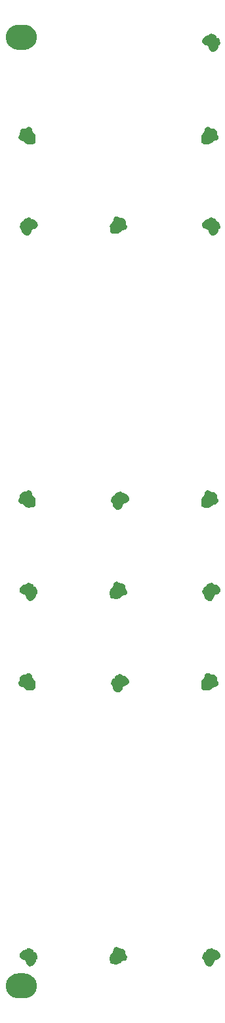
<source format=gbr>
G04 #@! TF.GenerationSoftware,KiCad,Pcbnew,(5.1.2)-2*
G04 #@! TF.CreationDate,2020-04-17T14:25:19-07:00*
G04 #@! TF.ProjectId,panel,70616e65-6c2e-46b6-9963-61645f706362,rev?*
G04 #@! TF.SameCoordinates,Original*
G04 #@! TF.FileFunction,Copper,L2,Bot*
G04 #@! TF.FilePolarity,Positive*
%FSLAX46Y46*%
G04 Gerber Fmt 4.6, Leading zero omitted, Abs format (unit mm)*
G04 Created by KiCad (PCBNEW (5.1.2)-2) date 2020-04-17 14:25:19*
%MOMM*%
%LPD*%
G04 APERTURE LIST*
%ADD10C,0.010000*%
%ADD11C,0.100000*%
%ADD12C,3.200000*%
G04 APERTURE END LIST*
D10*
G36*
X12018542Y-56364924D02*
G01*
X12104092Y-56424894D01*
X12140040Y-56474733D01*
X12189989Y-56528636D01*
X12243055Y-56540400D01*
X12402378Y-56564231D01*
X12560830Y-56630804D01*
X12709269Y-56732740D01*
X12838552Y-56862659D01*
X12939538Y-57013180D01*
X12994998Y-57147407D01*
X13018783Y-57291337D01*
X12996587Y-57419351D01*
X12926895Y-57540095D01*
X12926030Y-57541197D01*
X12863394Y-57597943D01*
X12766653Y-57659692D01*
X12650820Y-57718480D01*
X12530907Y-57766344D01*
X12464046Y-57786303D01*
X12361400Y-57826682D01*
X12281739Y-57894521D01*
X12218136Y-57997838D01*
X12168859Y-58127900D01*
X12092721Y-58318320D01*
X11999636Y-58460890D01*
X11889504Y-58555684D01*
X11762227Y-58602777D01*
X11617704Y-58602244D01*
X11554322Y-58588517D01*
X11399026Y-58523380D01*
X11255683Y-58420706D01*
X11132517Y-58290319D01*
X11037755Y-58142040D01*
X10979622Y-57985691D01*
X10965410Y-57885282D01*
X10956515Y-57801404D01*
X10936419Y-57757260D01*
X10916765Y-57745249D01*
X10872737Y-57717548D01*
X10819314Y-57666717D01*
X10808815Y-57654693D01*
X10753970Y-57553930D01*
X10745473Y-57445159D01*
X10783364Y-57340543D01*
X10807700Y-57307032D01*
X10857647Y-57220467D01*
X10871200Y-57150252D01*
X10892550Y-57045225D01*
X10949366Y-56954439D01*
X11030794Y-56887614D01*
X11125977Y-56854472D01*
X11198357Y-56857231D01*
X11241166Y-56863949D01*
X11261901Y-56851461D01*
X11268561Y-56808042D01*
X11269133Y-56753496D01*
X11274265Y-56674530D01*
X11296928Y-56618730D01*
X11348024Y-56562089D01*
X11361893Y-56549208D01*
X11440393Y-56489932D01*
X11514677Y-56465973D01*
X11546610Y-56464200D01*
X11654677Y-56439536D01*
X11714032Y-56400700D01*
X11808919Y-56350291D01*
X11915287Y-56339211D01*
X12018542Y-56364924D01*
X12018542Y-56364924D01*
G37*
X12018542Y-56364924D02*
X12104092Y-56424894D01*
X12140040Y-56474733D01*
X12189989Y-56528636D01*
X12243055Y-56540400D01*
X12402378Y-56564231D01*
X12560830Y-56630804D01*
X12709269Y-56732740D01*
X12838552Y-56862659D01*
X12939538Y-57013180D01*
X12994998Y-57147407D01*
X13018783Y-57291337D01*
X12996587Y-57419351D01*
X12926895Y-57540095D01*
X12926030Y-57541197D01*
X12863394Y-57597943D01*
X12766653Y-57659692D01*
X12650820Y-57718480D01*
X12530907Y-57766344D01*
X12464046Y-57786303D01*
X12361400Y-57826682D01*
X12281739Y-57894521D01*
X12218136Y-57997838D01*
X12168859Y-58127900D01*
X12092721Y-58318320D01*
X11999636Y-58460890D01*
X11889504Y-58555684D01*
X11762227Y-58602777D01*
X11617704Y-58602244D01*
X11554322Y-58588517D01*
X11399026Y-58523380D01*
X11255683Y-58420706D01*
X11132517Y-58290319D01*
X11037755Y-58142040D01*
X10979622Y-57985691D01*
X10965410Y-57885282D01*
X10956515Y-57801404D01*
X10936419Y-57757260D01*
X10916765Y-57745249D01*
X10872737Y-57717548D01*
X10819314Y-57666717D01*
X10808815Y-57654693D01*
X10753970Y-57553930D01*
X10745473Y-57445159D01*
X10783364Y-57340543D01*
X10807700Y-57307032D01*
X10857647Y-57220467D01*
X10871200Y-57150252D01*
X10892550Y-57045225D01*
X10949366Y-56954439D01*
X11030794Y-56887614D01*
X11125977Y-56854472D01*
X11198357Y-56857231D01*
X11241166Y-56863949D01*
X11261901Y-56851461D01*
X11268561Y-56808042D01*
X11269133Y-56753496D01*
X11274265Y-56674530D01*
X11296928Y-56618730D01*
X11348024Y-56562089D01*
X11361893Y-56549208D01*
X11440393Y-56489932D01*
X11514677Y-56465973D01*
X11546610Y-56464200D01*
X11654677Y-56439536D01*
X11714032Y-56400700D01*
X11808919Y-56350291D01*
X11915287Y-56339211D01*
X12018542Y-56364924D01*
G36*
X-11647651Y-56346643D02*
G01*
X-11570757Y-56370523D01*
X-11510015Y-56402167D01*
X-11481349Y-56434898D01*
X-11480800Y-56439452D01*
X-11458231Y-56454800D01*
X-11401700Y-56463477D01*
X-11376772Y-56464200D01*
X-11262747Y-56485686D01*
X-11169438Y-56543826D01*
X-11105255Y-56629140D01*
X-11078609Y-56732148D01*
X-11083389Y-56794893D01*
X-11090251Y-56847006D01*
X-11074729Y-56862374D01*
X-11037083Y-56855826D01*
X-10947731Y-56855092D01*
X-10850089Y-56886267D01*
X-10766758Y-56940933D01*
X-10744598Y-56964764D01*
X-10701993Y-57058604D01*
X-10693400Y-57140725D01*
X-10688342Y-57207695D01*
X-10675586Y-57247144D01*
X-10668653Y-57251600D01*
X-10637296Y-57273819D01*
X-10604806Y-57329249D01*
X-10578717Y-57401043D01*
X-10566565Y-57472356D01*
X-10566400Y-57480200D01*
X-10584615Y-57584027D01*
X-10633050Y-57672300D01*
X-10700388Y-57726975D01*
X-10740126Y-57755193D01*
X-10763444Y-57804122D01*
X-10777293Y-57884295D01*
X-10797742Y-57989258D01*
X-10830529Y-58096549D01*
X-10842999Y-58127482D01*
X-10910241Y-58239145D01*
X-11009226Y-58354628D01*
X-11124674Y-58458525D01*
X-11241305Y-58535431D01*
X-11253870Y-58541736D01*
X-11372311Y-58581043D01*
X-11503322Y-58596353D01*
X-11627490Y-58587025D01*
X-11717359Y-58557029D01*
X-11792540Y-58493878D01*
X-11867675Y-58390539D01*
X-11936546Y-58257245D01*
X-11992938Y-58104232D01*
X-11993459Y-58102500D01*
X-12027302Y-58006637D01*
X-12065162Y-57924894D01*
X-12098955Y-57874672D01*
X-12099553Y-57874090D01*
X-12150445Y-57840692D01*
X-12232295Y-57802536D01*
X-12323383Y-57769238D01*
X-12509662Y-57699892D01*
X-12649180Y-57623110D01*
X-12745843Y-57535115D01*
X-12803558Y-57432131D01*
X-12826231Y-57310381D01*
X-12826906Y-57282505D01*
X-12802928Y-57125688D01*
X-12735744Y-56972938D01*
X-12632807Y-56832082D01*
X-12501571Y-56710949D01*
X-12349490Y-56617367D01*
X-12184017Y-56559166D01*
X-12128683Y-56549186D01*
X-12037752Y-56528278D01*
X-11966397Y-56486496D01*
X-11911587Y-56434669D01*
X-11844991Y-56373073D01*
X-11786806Y-56343960D01*
X-11724772Y-56337200D01*
X-11647651Y-56346643D01*
X-11647651Y-56346643D01*
G37*
X-11647651Y-56346643D02*
X-11570757Y-56370523D01*
X-11510015Y-56402167D01*
X-11481349Y-56434898D01*
X-11480800Y-56439452D01*
X-11458231Y-56454800D01*
X-11401700Y-56463477D01*
X-11376772Y-56464200D01*
X-11262747Y-56485686D01*
X-11169438Y-56543826D01*
X-11105255Y-56629140D01*
X-11078609Y-56732148D01*
X-11083389Y-56794893D01*
X-11090251Y-56847006D01*
X-11074729Y-56862374D01*
X-11037083Y-56855826D01*
X-10947731Y-56855092D01*
X-10850089Y-56886267D01*
X-10766758Y-56940933D01*
X-10744598Y-56964764D01*
X-10701993Y-57058604D01*
X-10693400Y-57140725D01*
X-10688342Y-57207695D01*
X-10675586Y-57247144D01*
X-10668653Y-57251600D01*
X-10637296Y-57273819D01*
X-10604806Y-57329249D01*
X-10578717Y-57401043D01*
X-10566565Y-57472356D01*
X-10566400Y-57480200D01*
X-10584615Y-57584027D01*
X-10633050Y-57672300D01*
X-10700388Y-57726975D01*
X-10740126Y-57755193D01*
X-10763444Y-57804122D01*
X-10777293Y-57884295D01*
X-10797742Y-57989258D01*
X-10830529Y-58096549D01*
X-10842999Y-58127482D01*
X-10910241Y-58239145D01*
X-11009226Y-58354628D01*
X-11124674Y-58458525D01*
X-11241305Y-58535431D01*
X-11253870Y-58541736D01*
X-11372311Y-58581043D01*
X-11503322Y-58596353D01*
X-11627490Y-58587025D01*
X-11717359Y-58557029D01*
X-11792540Y-58493878D01*
X-11867675Y-58390539D01*
X-11936546Y-58257245D01*
X-11992938Y-58104232D01*
X-11993459Y-58102500D01*
X-12027302Y-58006637D01*
X-12065162Y-57924894D01*
X-12098955Y-57874672D01*
X-12099553Y-57874090D01*
X-12150445Y-57840692D01*
X-12232295Y-57802536D01*
X-12323383Y-57769238D01*
X-12509662Y-57699892D01*
X-12649180Y-57623110D01*
X-12745843Y-57535115D01*
X-12803558Y-57432131D01*
X-12826231Y-57310381D01*
X-12826906Y-57282505D01*
X-12802928Y-57125688D01*
X-12735744Y-56972938D01*
X-12632807Y-56832082D01*
X-12501571Y-56710949D01*
X-12349490Y-56617367D01*
X-12184017Y-56559166D01*
X-12128683Y-56549186D01*
X-12037752Y-56528278D01*
X-11966397Y-56486496D01*
X-11911587Y-56434669D01*
X-11844991Y-56373073D01*
X-11786806Y-56343960D01*
X-11724772Y-56337200D01*
X-11647651Y-56346643D01*
G36*
X-247665Y-56201087D02*
G01*
X-151882Y-56239916D01*
X-64136Y-56291080D01*
X-17142Y-56331371D01*
X18096Y-56360481D01*
X67980Y-56376509D01*
X146889Y-56382881D01*
X201727Y-56383517D01*
X379808Y-56404949D01*
X530661Y-56466493D01*
X650206Y-56564020D01*
X734363Y-56693402D01*
X779052Y-56850512D01*
X784723Y-56973423D01*
X784203Y-57062122D01*
X796060Y-57121762D01*
X826910Y-57173757D01*
X858187Y-57211216D01*
X913962Y-57289770D01*
X956142Y-57375321D01*
X963777Y-57398717D01*
X974464Y-57525618D01*
X943264Y-57646980D01*
X877395Y-57752992D01*
X784075Y-57833843D01*
X670522Y-57879722D01*
X604903Y-57886505D01*
X517981Y-57893316D01*
X439837Y-57917647D01*
X358909Y-57965634D01*
X263635Y-58043414D01*
X201458Y-58100617D01*
X30976Y-58233849D01*
X-146721Y-58320268D01*
X-327940Y-58358733D01*
X-508988Y-58348107D01*
X-560750Y-58335732D01*
X-663238Y-58317589D01*
X-747916Y-58322088D01*
X-750817Y-58322829D01*
X-860056Y-58328226D01*
X-971419Y-58294561D01*
X-1064870Y-58228482D01*
X-1077646Y-58214371D01*
X-1120383Y-58157583D01*
X-1144751Y-58113740D01*
X-1146526Y-58106901D01*
X-1152099Y-58041823D01*
X-1158308Y-57941701D01*
X-1164408Y-57822272D01*
X-1169652Y-57699272D01*
X-1173294Y-57588437D01*
X-1174574Y-57515402D01*
X-1158515Y-57362243D01*
X-1106324Y-57214369D01*
X-1014162Y-57063663D01*
X-890793Y-56915560D01*
X-815051Y-56831399D01*
X-767360Y-56769616D01*
X-740210Y-56716311D01*
X-726086Y-56657587D01*
X-719185Y-56598060D01*
X-698622Y-56485132D01*
X-663361Y-56389821D01*
X-651118Y-56368573D01*
X-583419Y-56296547D01*
X-489680Y-56234599D01*
X-390392Y-56194367D01*
X-328531Y-56185357D01*
X-247665Y-56201087D01*
X-247665Y-56201087D01*
G37*
X-247665Y-56201087D02*
X-151882Y-56239916D01*
X-64136Y-56291080D01*
X-17142Y-56331371D01*
X18096Y-56360481D01*
X67980Y-56376509D01*
X146889Y-56382881D01*
X201727Y-56383517D01*
X379808Y-56404949D01*
X530661Y-56466493D01*
X650206Y-56564020D01*
X734363Y-56693402D01*
X779052Y-56850512D01*
X784723Y-56973423D01*
X784203Y-57062122D01*
X796060Y-57121762D01*
X826910Y-57173757D01*
X858187Y-57211216D01*
X913962Y-57289770D01*
X956142Y-57375321D01*
X963777Y-57398717D01*
X974464Y-57525618D01*
X943264Y-57646980D01*
X877395Y-57752992D01*
X784075Y-57833843D01*
X670522Y-57879722D01*
X604903Y-57886505D01*
X517981Y-57893316D01*
X439837Y-57917647D01*
X358909Y-57965634D01*
X263635Y-58043414D01*
X201458Y-58100617D01*
X30976Y-58233849D01*
X-146721Y-58320268D01*
X-327940Y-58358733D01*
X-508988Y-58348107D01*
X-560750Y-58335732D01*
X-663238Y-58317589D01*
X-747916Y-58322088D01*
X-750817Y-58322829D01*
X-860056Y-58328226D01*
X-971419Y-58294561D01*
X-1064870Y-58228482D01*
X-1077646Y-58214371D01*
X-1120383Y-58157583D01*
X-1144751Y-58113740D01*
X-1146526Y-58106901D01*
X-1152099Y-58041823D01*
X-1158308Y-57941701D01*
X-1164408Y-57822272D01*
X-1169652Y-57699272D01*
X-1173294Y-57588437D01*
X-1174574Y-57515402D01*
X-1158515Y-57362243D01*
X-1106324Y-57214369D01*
X-1014162Y-57063663D01*
X-890793Y-56915560D01*
X-815051Y-56831399D01*
X-767360Y-56769616D01*
X-740210Y-56716311D01*
X-726086Y-56657587D01*
X-719185Y-56598060D01*
X-698622Y-56485132D01*
X-663361Y-56389821D01*
X-651118Y-56368573D01*
X-583419Y-56296547D01*
X-489680Y-56234599D01*
X-390392Y-56194367D01*
X-328531Y-56185357D01*
X-247665Y-56201087D01*
G36*
X177588Y-20986913D02*
G01*
X233571Y-21013281D01*
X295987Y-21069742D01*
X304346Y-21078458D01*
X383908Y-21148136D01*
X465379Y-21184373D01*
X510137Y-21193388D01*
X677697Y-21239360D01*
X835775Y-21321257D01*
X976790Y-21431431D01*
X1093161Y-21562234D01*
X1177308Y-21706016D01*
X1221648Y-21855128D01*
X1226564Y-21916230D01*
X1211444Y-22045831D01*
X1160264Y-22155768D01*
X1069371Y-22249844D01*
X935113Y-22331861D01*
X757864Y-22404232D01*
X655187Y-22444292D01*
X565649Y-22487278D01*
X504725Y-22525519D01*
X494508Y-22534742D01*
X458988Y-22588365D01*
X419067Y-22672898D01*
X383332Y-22770136D01*
X383028Y-22771100D01*
X315285Y-22943321D01*
X231976Y-23084349D01*
X138657Y-23185003D01*
X127000Y-23193970D01*
X34448Y-23236507D01*
X-82440Y-23254937D01*
X-202242Y-23247218D01*
X-261672Y-23231064D01*
X-428260Y-23146979D01*
X-574213Y-23029988D01*
X-692352Y-22888974D01*
X-775499Y-22732821D01*
X-816475Y-22570412D01*
X-818799Y-22541555D01*
X-826861Y-22462361D01*
X-845832Y-22416481D01*
X-884109Y-22386492D01*
X-896669Y-22379938D01*
X-977795Y-22313541D01*
X-1026468Y-22220284D01*
X-1039980Y-22114486D01*
X-1015625Y-22010468D01*
X-977900Y-21950232D01*
X-923516Y-21849883D01*
X-914400Y-21782810D01*
X-901586Y-21704635D01*
X-856961Y-21630057D01*
X-829529Y-21598243D01*
X-770237Y-21540671D01*
X-717047Y-21513880D01*
X-646644Y-21507237D01*
X-630299Y-21507361D01*
X-515941Y-21509089D01*
X-518321Y-21395206D01*
X-514866Y-21320724D01*
X-493748Y-21267106D01*
X-444628Y-21211901D01*
X-425824Y-21194361D01*
X-347756Y-21134658D01*
X-275267Y-21109729D01*
X-238990Y-21107400D01*
X-130923Y-21082736D01*
X-71568Y-21043900D01*
X18843Y-20992482D01*
X107481Y-20980400D01*
X177588Y-20986913D01*
X177588Y-20986913D01*
G37*
X177588Y-20986913D02*
X233571Y-21013281D01*
X295987Y-21069742D01*
X304346Y-21078458D01*
X383908Y-21148136D01*
X465379Y-21184373D01*
X510137Y-21193388D01*
X677697Y-21239360D01*
X835775Y-21321257D01*
X976790Y-21431431D01*
X1093161Y-21562234D01*
X1177308Y-21706016D01*
X1221648Y-21855128D01*
X1226564Y-21916230D01*
X1211444Y-22045831D01*
X1160264Y-22155768D01*
X1069371Y-22249844D01*
X935113Y-22331861D01*
X757864Y-22404232D01*
X655187Y-22444292D01*
X565649Y-22487278D01*
X504725Y-22525519D01*
X494508Y-22534742D01*
X458988Y-22588365D01*
X419067Y-22672898D01*
X383332Y-22770136D01*
X383028Y-22771100D01*
X315285Y-22943321D01*
X231976Y-23084349D01*
X138657Y-23185003D01*
X127000Y-23193970D01*
X34448Y-23236507D01*
X-82440Y-23254937D01*
X-202242Y-23247218D01*
X-261672Y-23231064D01*
X-428260Y-23146979D01*
X-574213Y-23029988D01*
X-692352Y-22888974D01*
X-775499Y-22732821D01*
X-816475Y-22570412D01*
X-818799Y-22541555D01*
X-826861Y-22462361D01*
X-845832Y-22416481D01*
X-884109Y-22386492D01*
X-896669Y-22379938D01*
X-977795Y-22313541D01*
X-1026468Y-22220284D01*
X-1039980Y-22114486D01*
X-1015625Y-22010468D01*
X-977900Y-21950232D01*
X-923516Y-21849883D01*
X-914400Y-21782810D01*
X-901586Y-21704635D01*
X-856961Y-21630057D01*
X-829529Y-21598243D01*
X-770237Y-21540671D01*
X-717047Y-21513880D01*
X-646644Y-21507237D01*
X-630299Y-21507361D01*
X-515941Y-21509089D01*
X-518321Y-21395206D01*
X-514866Y-21320724D01*
X-493748Y-21267106D01*
X-444628Y-21211901D01*
X-425824Y-21194361D01*
X-347756Y-21134658D01*
X-275267Y-21109729D01*
X-238990Y-21107400D01*
X-130923Y-21082736D01*
X-71568Y-21043900D01*
X18843Y-20992482D01*
X107481Y-20980400D01*
X177588Y-20986913D01*
G36*
X-11557250Y-20860660D02*
G01*
X-11438371Y-20917400D01*
X-11352238Y-21001945D01*
X-11295811Y-21115683D01*
X-11277695Y-21229719D01*
X-11272932Y-21309130D01*
X-11254370Y-21376150D01*
X-11215370Y-21443274D01*
X-11149292Y-21523000D01*
X-11086264Y-21590000D01*
X-10946845Y-21760200D01*
X-10856845Y-21932092D01*
X-10814926Y-22109442D01*
X-10819748Y-22296013D01*
X-10824562Y-22325821D01*
X-10838908Y-22436051D01*
X-10846274Y-22552887D01*
X-10846465Y-22598478D01*
X-10859545Y-22741780D01*
X-10907709Y-22849387D01*
X-10992668Y-22922996D01*
X-11116134Y-22964304D01*
X-11226219Y-22974904D01*
X-11345767Y-22980148D01*
X-11473838Y-22988674D01*
X-11544300Y-22994873D01*
X-11646147Y-22999348D01*
X-11743843Y-22994289D01*
X-11792345Y-22986249D01*
X-11914722Y-22945120D01*
X-12032682Y-22881377D01*
X-12158521Y-22787533D01*
X-12248640Y-22708430D01*
X-12333078Y-22632958D01*
X-12395185Y-22585464D01*
X-12448954Y-22558413D01*
X-12508381Y-22544272D01*
X-12566140Y-22537503D01*
X-12713315Y-22508288D01*
X-12823562Y-22449921D01*
X-12904498Y-22357676D01*
X-12929536Y-22311967D01*
X-12970681Y-22177355D01*
X-12961294Y-22047702D01*
X-12901345Y-21922794D01*
X-12867173Y-21878705D01*
X-12820362Y-21819151D01*
X-12795053Y-21766626D01*
X-12784935Y-21701216D01*
X-12783599Y-21615017D01*
X-12762718Y-21440184D01*
X-12700670Y-21290609D01*
X-12602211Y-21170956D01*
X-12472098Y-21085886D01*
X-12315090Y-21040064D01*
X-12190777Y-21033876D01*
X-12102078Y-21034396D01*
X-12042438Y-21022539D01*
X-11990443Y-20991689D01*
X-11952984Y-20960412D01*
X-11826059Y-20877628D01*
X-11692720Y-20844258D01*
X-11557250Y-20860660D01*
X-11557250Y-20860660D01*
G37*
X-11557250Y-20860660D02*
X-11438371Y-20917400D01*
X-11352238Y-21001945D01*
X-11295811Y-21115683D01*
X-11277695Y-21229719D01*
X-11272932Y-21309130D01*
X-11254370Y-21376150D01*
X-11215370Y-21443274D01*
X-11149292Y-21523000D01*
X-11086264Y-21590000D01*
X-10946845Y-21760200D01*
X-10856845Y-21932092D01*
X-10814926Y-22109442D01*
X-10819748Y-22296013D01*
X-10824562Y-22325821D01*
X-10838908Y-22436051D01*
X-10846274Y-22552887D01*
X-10846465Y-22598478D01*
X-10859545Y-22741780D01*
X-10907709Y-22849387D01*
X-10992668Y-22922996D01*
X-11116134Y-22964304D01*
X-11226219Y-22974904D01*
X-11345767Y-22980148D01*
X-11473838Y-22988674D01*
X-11544300Y-22994873D01*
X-11646147Y-22999348D01*
X-11743843Y-22994289D01*
X-11792345Y-22986249D01*
X-11914722Y-22945120D01*
X-12032682Y-22881377D01*
X-12158521Y-22787533D01*
X-12248640Y-22708430D01*
X-12333078Y-22632958D01*
X-12395185Y-22585464D01*
X-12448954Y-22558413D01*
X-12508381Y-22544272D01*
X-12566140Y-22537503D01*
X-12713315Y-22508288D01*
X-12823562Y-22449921D01*
X-12904498Y-22357676D01*
X-12929536Y-22311967D01*
X-12970681Y-22177355D01*
X-12961294Y-22047702D01*
X-12901345Y-21922794D01*
X-12867173Y-21878705D01*
X-12820362Y-21819151D01*
X-12795053Y-21766626D01*
X-12784935Y-21701216D01*
X-12783599Y-21615017D01*
X-12762718Y-21440184D01*
X-12700670Y-21290609D01*
X-12602211Y-21170956D01*
X-12472098Y-21085886D01*
X-12315090Y-21040064D01*
X-12190777Y-21033876D01*
X-12102078Y-21034396D01*
X-12042438Y-21022539D01*
X-11990443Y-20991689D01*
X-11952984Y-20960412D01*
X-11826059Y-20877628D01*
X-11692720Y-20844258D01*
X-11557250Y-20860660D01*
G36*
X11600278Y-20871550D02*
G01*
X11720754Y-20936801D01*
X11749783Y-20960412D01*
X11807713Y-21006232D01*
X11860116Y-21028990D01*
X11928405Y-21035300D01*
X11987576Y-21033876D01*
X12161231Y-21048690D01*
X12309469Y-21105663D01*
X12428384Y-21200937D01*
X12514072Y-21330651D01*
X12562629Y-21490947D01*
X12572442Y-21612046D01*
X12575733Y-21706742D01*
X12588774Y-21770243D01*
X12617520Y-21822010D01*
X12648131Y-21859363D01*
X12728442Y-21983465D01*
X12762367Y-22114553D01*
X12750012Y-22244570D01*
X12691484Y-22365461D01*
X12640678Y-22424149D01*
X12578072Y-22475359D01*
X12508565Y-22507000D01*
X12411830Y-22527801D01*
X12392538Y-22530697D01*
X12306273Y-22542885D01*
X12241191Y-22551557D01*
X12213051Y-22554689D01*
X12188209Y-22571033D01*
X12135199Y-22614598D01*
X12062933Y-22677878D01*
X12012992Y-22723147D01*
X11920144Y-22802922D01*
X11826790Y-22874067D01*
X11747891Y-22925501D01*
X11721257Y-22939189D01*
X11604179Y-22975990D01*
X11466500Y-22997187D01*
X11330911Y-23000627D01*
X11226800Y-22986065D01*
X11143202Y-22973737D01*
X11046578Y-22973204D01*
X11023600Y-22975270D01*
X10908318Y-22973614D01*
X10822205Y-22943339D01*
X10741301Y-22891975D01*
X10686032Y-22829779D01*
X10650983Y-22745738D01*
X10630742Y-22628841D01*
X10623501Y-22539151D01*
X10613363Y-22335991D01*
X10612097Y-22173908D01*
X10622154Y-22043587D01*
X10645990Y-21935711D01*
X10686056Y-21840966D01*
X10744806Y-21750036D01*
X10824693Y-21653605D01*
X10869668Y-21604346D01*
X10962992Y-21498876D01*
X11023828Y-21414688D01*
X11058365Y-21340127D01*
X11072791Y-21263539D01*
X11074400Y-21218785D01*
X11096091Y-21089228D01*
X11155500Y-20984009D01*
X11244123Y-20906379D01*
X11353461Y-20859592D01*
X11475013Y-20846898D01*
X11600278Y-20871550D01*
X11600278Y-20871550D01*
G37*
X11600278Y-20871550D02*
X11720754Y-20936801D01*
X11749783Y-20960412D01*
X11807713Y-21006232D01*
X11860116Y-21028990D01*
X11928405Y-21035300D01*
X11987576Y-21033876D01*
X12161231Y-21048690D01*
X12309469Y-21105663D01*
X12428384Y-21200937D01*
X12514072Y-21330651D01*
X12562629Y-21490947D01*
X12572442Y-21612046D01*
X12575733Y-21706742D01*
X12588774Y-21770243D01*
X12617520Y-21822010D01*
X12648131Y-21859363D01*
X12728442Y-21983465D01*
X12762367Y-22114553D01*
X12750012Y-22244570D01*
X12691484Y-22365461D01*
X12640678Y-22424149D01*
X12578072Y-22475359D01*
X12508565Y-22507000D01*
X12411830Y-22527801D01*
X12392538Y-22530697D01*
X12306273Y-22542885D01*
X12241191Y-22551557D01*
X12213051Y-22554689D01*
X12188209Y-22571033D01*
X12135199Y-22614598D01*
X12062933Y-22677878D01*
X12012992Y-22723147D01*
X11920144Y-22802922D01*
X11826790Y-22874067D01*
X11747891Y-22925501D01*
X11721257Y-22939189D01*
X11604179Y-22975990D01*
X11466500Y-22997187D01*
X11330911Y-23000627D01*
X11226800Y-22986065D01*
X11143202Y-22973737D01*
X11046578Y-22973204D01*
X11023600Y-22975270D01*
X10908318Y-22973614D01*
X10822205Y-22943339D01*
X10741301Y-22891975D01*
X10686032Y-22829779D01*
X10650983Y-22745738D01*
X10630742Y-22628841D01*
X10623501Y-22539151D01*
X10613363Y-22335991D01*
X10612097Y-22173908D01*
X10622154Y-22043587D01*
X10645990Y-21935711D01*
X10686056Y-21840966D01*
X10744806Y-21750036D01*
X10824693Y-21653605D01*
X10869668Y-21604346D01*
X10962992Y-21498876D01*
X11023828Y-21414688D01*
X11058365Y-21340127D01*
X11072791Y-21263539D01*
X11074400Y-21218785D01*
X11096091Y-21089228D01*
X11155500Y-20984009D01*
X11244123Y-20906379D01*
X11353461Y-20859592D01*
X11475013Y-20846898D01*
X11600278Y-20871550D01*
G36*
X11980470Y-9210459D02*
G01*
X12063601Y-9249848D01*
X12127990Y-9302380D01*
X12152334Y-9342268D01*
X12177860Y-9376157D01*
X12235504Y-9398178D01*
X12297281Y-9408790D01*
X12488658Y-9458976D01*
X12664089Y-9553366D01*
X12815310Y-9685951D01*
X12934062Y-9850719D01*
X12952386Y-9885395D01*
X13005021Y-10012713D01*
X13029104Y-10122601D01*
X13030105Y-10145006D01*
X13010048Y-10256010D01*
X12957901Y-10367884D01*
X12885417Y-10455838D01*
X12880934Y-10459604D01*
X12819418Y-10499095D01*
X12727250Y-10546260D01*
X12622137Y-10593215D01*
X12521786Y-10632077D01*
X12443904Y-10654963D01*
X12440732Y-10655581D01*
X12354535Y-10685674D01*
X12287401Y-10744461D01*
X12232654Y-10839830D01*
X12193201Y-10948039D01*
X12118603Y-11144793D01*
X12032940Y-11292911D01*
X11935496Y-11393491D01*
X11880259Y-11427212D01*
X11788552Y-11464271D01*
X11705917Y-11476328D01*
X11612420Y-11464128D01*
X11526151Y-11440425D01*
X11420606Y-11390150D01*
X11305182Y-11306541D01*
X11192937Y-11201589D01*
X11096928Y-11087289D01*
X11037986Y-10992038D01*
X10983360Y-10837764D01*
X10972800Y-10739212D01*
X10968418Y-10668414D01*
X10957260Y-10624388D01*
X10949348Y-10617200D01*
X10899158Y-10596602D01*
X10841455Y-10544949D01*
X10789702Y-10477455D01*
X10757364Y-10409330D01*
X10754406Y-10396943D01*
X10753722Y-10315560D01*
X10774651Y-10229873D01*
X10810557Y-10158443D01*
X10853277Y-10120389D01*
X10875664Y-10086255D01*
X10876796Y-10025922D01*
X10888696Y-9927911D01*
X10939572Y-9838876D01*
X11017873Y-9768675D01*
X11112048Y-9727171D01*
X11210547Y-9724222D01*
X11225852Y-9727962D01*
X11264446Y-9736413D01*
X11282152Y-9724878D01*
X11285148Y-9682072D01*
X11281695Y-9625964D01*
X11294525Y-9506283D01*
X11349287Y-9413299D01*
X11442223Y-9351509D01*
X11529986Y-9328952D01*
X11624236Y-9304815D01*
X11714475Y-9264283D01*
X11730380Y-9254320D01*
X11806855Y-9215511D01*
X11883816Y-9195596D01*
X11897094Y-9194894D01*
X11980470Y-9210459D01*
X11980470Y-9210459D01*
G37*
X11980470Y-9210459D02*
X12063601Y-9249848D01*
X12127990Y-9302380D01*
X12152334Y-9342268D01*
X12177860Y-9376157D01*
X12235504Y-9398178D01*
X12297281Y-9408790D01*
X12488658Y-9458976D01*
X12664089Y-9553366D01*
X12815310Y-9685951D01*
X12934062Y-9850719D01*
X12952386Y-9885395D01*
X13005021Y-10012713D01*
X13029104Y-10122601D01*
X13030105Y-10145006D01*
X13010048Y-10256010D01*
X12957901Y-10367884D01*
X12885417Y-10455838D01*
X12880934Y-10459604D01*
X12819418Y-10499095D01*
X12727250Y-10546260D01*
X12622137Y-10593215D01*
X12521786Y-10632077D01*
X12443904Y-10654963D01*
X12440732Y-10655581D01*
X12354535Y-10685674D01*
X12287401Y-10744461D01*
X12232654Y-10839830D01*
X12193201Y-10948039D01*
X12118603Y-11144793D01*
X12032940Y-11292911D01*
X11935496Y-11393491D01*
X11880259Y-11427212D01*
X11788552Y-11464271D01*
X11705917Y-11476328D01*
X11612420Y-11464128D01*
X11526151Y-11440425D01*
X11420606Y-11390150D01*
X11305182Y-11306541D01*
X11192937Y-11201589D01*
X11096928Y-11087289D01*
X11037986Y-10992038D01*
X10983360Y-10837764D01*
X10972800Y-10739212D01*
X10968418Y-10668414D01*
X10957260Y-10624388D01*
X10949348Y-10617200D01*
X10899158Y-10596602D01*
X10841455Y-10544949D01*
X10789702Y-10477455D01*
X10757364Y-10409330D01*
X10754406Y-10396943D01*
X10753722Y-10315560D01*
X10774651Y-10229873D01*
X10810557Y-10158443D01*
X10853277Y-10120389D01*
X10875664Y-10086255D01*
X10876796Y-10025922D01*
X10888696Y-9927911D01*
X10939572Y-9838876D01*
X11017873Y-9768675D01*
X11112048Y-9727171D01*
X11210547Y-9724222D01*
X11225852Y-9727962D01*
X11264446Y-9736413D01*
X11282152Y-9724878D01*
X11285148Y-9682072D01*
X11281695Y-9625964D01*
X11294525Y-9506283D01*
X11349287Y-9413299D01*
X11442223Y-9351509D01*
X11529986Y-9328952D01*
X11624236Y-9304815D01*
X11714475Y-9264283D01*
X11730380Y-9254320D01*
X11806855Y-9215511D01*
X11883816Y-9195596D01*
X11897094Y-9194894D01*
X11980470Y-9210459D01*
G36*
X-11647651Y-9204243D02*
G01*
X-11570757Y-9228123D01*
X-11510015Y-9259767D01*
X-11481349Y-9292498D01*
X-11480800Y-9297052D01*
X-11458168Y-9312126D01*
X-11401211Y-9320895D01*
X-11372152Y-9321800D01*
X-11289421Y-9331042D01*
X-11219488Y-9353988D01*
X-11206907Y-9361441D01*
X-11133516Y-9439002D01*
X-11088988Y-9539174D01*
X-11082504Y-9641298D01*
X-11082509Y-9641325D01*
X-11088604Y-9697350D01*
X-11072505Y-9716578D01*
X-11021011Y-9712212D01*
X-11012926Y-9710908D01*
X-10902726Y-9716320D01*
X-10806230Y-9763365D01*
X-10733950Y-9842974D01*
X-10696396Y-9946081D01*
X-10693400Y-9986543D01*
X-10672729Y-10087674D01*
X-10629900Y-10149700D01*
X-10575938Y-10240777D01*
X-10560300Y-10344972D01*
X-10580790Y-10447805D01*
X-10635211Y-10534798D01*
X-10695170Y-10580014D01*
X-10736273Y-10609187D01*
X-10759958Y-10653274D01*
X-10773787Y-10728316D01*
X-10776448Y-10752406D01*
X-10796001Y-10856438D01*
X-10829024Y-10960420D01*
X-10845944Y-10998481D01*
X-10923357Y-11115736D01*
X-11030725Y-11233793D01*
X-11151076Y-11335974D01*
X-11253870Y-11399336D01*
X-11376691Y-11440858D01*
X-11507208Y-11455717D01*
X-11628289Y-11443618D01*
X-11718300Y-11407332D01*
X-11808167Y-11323392D01*
X-11891954Y-11197659D01*
X-11964150Y-11039138D01*
X-11990402Y-10962679D01*
X-12025585Y-10865715D01*
X-12064547Y-10782153D01*
X-12099088Y-10729481D01*
X-12100324Y-10728201D01*
X-12151348Y-10693924D01*
X-12233976Y-10655734D01*
X-12330474Y-10621811D01*
X-12332046Y-10621344D01*
X-12493983Y-10561195D01*
X-12630419Y-10486288D01*
X-12732529Y-10402343D01*
X-12786336Y-10326916D01*
X-12823469Y-10191496D01*
X-12815594Y-10044454D01*
X-12764854Y-9893072D01*
X-12673392Y-9744635D01*
X-12586023Y-9646121D01*
X-12432363Y-9520166D01*
X-12271609Y-9440563D01*
X-12128683Y-9406786D01*
X-12037752Y-9385878D01*
X-11966397Y-9344096D01*
X-11911587Y-9292269D01*
X-11844991Y-9230673D01*
X-11786806Y-9201560D01*
X-11724772Y-9194800D01*
X-11647651Y-9204243D01*
X-11647651Y-9204243D01*
G37*
X-11647651Y-9204243D02*
X-11570757Y-9228123D01*
X-11510015Y-9259767D01*
X-11481349Y-9292498D01*
X-11480800Y-9297052D01*
X-11458168Y-9312126D01*
X-11401211Y-9320895D01*
X-11372152Y-9321800D01*
X-11289421Y-9331042D01*
X-11219488Y-9353988D01*
X-11206907Y-9361441D01*
X-11133516Y-9439002D01*
X-11088988Y-9539174D01*
X-11082504Y-9641298D01*
X-11082509Y-9641325D01*
X-11088604Y-9697350D01*
X-11072505Y-9716578D01*
X-11021011Y-9712212D01*
X-11012926Y-9710908D01*
X-10902726Y-9716320D01*
X-10806230Y-9763365D01*
X-10733950Y-9842974D01*
X-10696396Y-9946081D01*
X-10693400Y-9986543D01*
X-10672729Y-10087674D01*
X-10629900Y-10149700D01*
X-10575938Y-10240777D01*
X-10560300Y-10344972D01*
X-10580790Y-10447805D01*
X-10635211Y-10534798D01*
X-10695170Y-10580014D01*
X-10736273Y-10609187D01*
X-10759958Y-10653274D01*
X-10773787Y-10728316D01*
X-10776448Y-10752406D01*
X-10796001Y-10856438D01*
X-10829024Y-10960420D01*
X-10845944Y-10998481D01*
X-10923357Y-11115736D01*
X-11030725Y-11233793D01*
X-11151076Y-11335974D01*
X-11253870Y-11399336D01*
X-11376691Y-11440858D01*
X-11507208Y-11455717D01*
X-11628289Y-11443618D01*
X-11718300Y-11407332D01*
X-11808167Y-11323392D01*
X-11891954Y-11197659D01*
X-11964150Y-11039138D01*
X-11990402Y-10962679D01*
X-12025585Y-10865715D01*
X-12064547Y-10782153D01*
X-12099088Y-10729481D01*
X-12100324Y-10728201D01*
X-12151348Y-10693924D01*
X-12233976Y-10655734D01*
X-12330474Y-10621811D01*
X-12332046Y-10621344D01*
X-12493983Y-10561195D01*
X-12630419Y-10486288D01*
X-12732529Y-10402343D01*
X-12786336Y-10326916D01*
X-12823469Y-10191496D01*
X-12815594Y-10044454D01*
X-12764854Y-9893072D01*
X-12673392Y-9744635D01*
X-12586023Y-9646121D01*
X-12432363Y-9520166D01*
X-12271609Y-9440563D01*
X-12128683Y-9406786D01*
X-12037752Y-9385878D01*
X-11966397Y-9344096D01*
X-11911587Y-9292269D01*
X-11844991Y-9230673D01*
X-11786806Y-9201560D01*
X-11724772Y-9194800D01*
X-11647651Y-9204243D01*
G36*
X-268604Y-9053486D02*
G01*
X-160115Y-9089095D01*
X-62787Y-9151191D01*
X-1762Y-9196766D01*
X53884Y-9221592D01*
X124336Y-9231984D01*
X202329Y-9234130D01*
X378489Y-9257364D01*
X528784Y-9321171D01*
X648654Y-9420877D01*
X733539Y-9551808D01*
X778879Y-9709292D01*
X784723Y-9831023D01*
X784203Y-9919722D01*
X796060Y-9979362D01*
X826910Y-10031357D01*
X858187Y-10068816D01*
X940971Y-10195741D01*
X974341Y-10329080D01*
X957939Y-10464550D01*
X901199Y-10583429D01*
X816757Y-10669464D01*
X703177Y-10725924D01*
X589288Y-10744105D01*
X491044Y-10753881D01*
X403845Y-10787639D01*
X314652Y-10852302D01*
X228600Y-10935618D01*
X139277Y-11014289D01*
X31315Y-11089537D01*
X-38100Y-11128136D01*
X-133185Y-11169140D01*
X-217380Y-11191165D01*
X-314859Y-11199248D01*
X-381000Y-11199594D01*
X-481150Y-11196158D01*
X-566447Y-11188765D01*
X-619666Y-11178952D01*
X-622202Y-11178039D01*
X-679257Y-11168235D01*
X-758312Y-11168377D01*
X-780531Y-11170380D01*
X-914641Y-11164140D01*
X-1026043Y-11114114D01*
X-1097580Y-11041445D01*
X-1123508Y-10991956D01*
X-1143392Y-10921292D01*
X-1157984Y-10823138D01*
X-1168036Y-10691175D01*
X-1174300Y-10519089D01*
X-1176779Y-10375900D01*
X-1157627Y-10209029D01*
X-1094526Y-10045405D01*
X-985138Y-9879946D01*
X-906631Y-9788728D01*
X-813801Y-9681672D01*
X-754556Y-9593600D01*
X-722559Y-9512086D01*
X-711468Y-9424704D01*
X-711200Y-9405694D01*
X-687717Y-9288417D01*
X-623759Y-9186585D01*
X-529066Y-9107947D01*
X-413379Y-9060255D01*
X-286437Y-9051259D01*
X-268604Y-9053486D01*
X-268604Y-9053486D01*
G37*
X-268604Y-9053486D02*
X-160115Y-9089095D01*
X-62787Y-9151191D01*
X-1762Y-9196766D01*
X53884Y-9221592D01*
X124336Y-9231984D01*
X202329Y-9234130D01*
X378489Y-9257364D01*
X528784Y-9321171D01*
X648654Y-9420877D01*
X733539Y-9551808D01*
X778879Y-9709292D01*
X784723Y-9831023D01*
X784203Y-9919722D01*
X796060Y-9979362D01*
X826910Y-10031357D01*
X858187Y-10068816D01*
X940971Y-10195741D01*
X974341Y-10329080D01*
X957939Y-10464550D01*
X901199Y-10583429D01*
X816757Y-10669464D01*
X703177Y-10725924D01*
X589288Y-10744105D01*
X491044Y-10753881D01*
X403845Y-10787639D01*
X314652Y-10852302D01*
X228600Y-10935618D01*
X139277Y-11014289D01*
X31315Y-11089537D01*
X-38100Y-11128136D01*
X-133185Y-11169140D01*
X-217380Y-11191165D01*
X-314859Y-11199248D01*
X-381000Y-11199594D01*
X-481150Y-11196158D01*
X-566447Y-11188765D01*
X-619666Y-11178952D01*
X-622202Y-11178039D01*
X-679257Y-11168235D01*
X-758312Y-11168377D01*
X-780531Y-11170380D01*
X-914641Y-11164140D01*
X-1026043Y-11114114D01*
X-1097580Y-11041445D01*
X-1123508Y-10991956D01*
X-1143392Y-10921292D01*
X-1157984Y-10823138D01*
X-1168036Y-10691175D01*
X-1174300Y-10519089D01*
X-1176779Y-10375900D01*
X-1157627Y-10209029D01*
X-1094526Y-10045405D01*
X-985138Y-9879946D01*
X-906631Y-9788728D01*
X-813801Y-9681672D01*
X-754556Y-9593600D01*
X-722559Y-9512086D01*
X-711468Y-9424704D01*
X-711200Y-9405694D01*
X-687717Y-9288417D01*
X-623759Y-9186585D01*
X-529066Y-9107947D01*
X-413379Y-9060255D01*
X-286437Y-9051259D01*
X-268604Y-9053486D01*
G36*
X259698Y2551364D02*
G01*
X336969Y2481779D01*
X353136Y2455703D01*
X390881Y2410985D01*
X453920Y2385225D01*
X504638Y2376123D01*
X672820Y2334470D01*
X825872Y2262068D01*
X960100Y2165003D01*
X1071813Y2049361D01*
X1157317Y1921231D01*
X1212921Y1786698D01*
X1234932Y1651850D01*
X1219658Y1522773D01*
X1163405Y1405554D01*
X1122716Y1357254D01*
X1051699Y1302225D01*
X948970Y1242947D01*
X831977Y1187974D01*
X718169Y1145857D01*
X660400Y1130670D01*
X576675Y1098347D01*
X501141Y1044182D01*
X448046Y980728D01*
X431197Y928698D01*
X419244Y867440D01*
X388712Y777747D01*
X346148Y675337D01*
X298100Y575927D01*
X251114Y495234D01*
X249846Y493350D01*
X172735Y412751D01*
X69813Y348215D01*
X-38689Y310881D01*
X-90570Y305915D01*
X-166022Y315557D01*
X-250380Y337574D01*
X-258224Y340291D01*
X-414866Y418238D01*
X-555367Y529817D01*
X-672298Y665480D01*
X-758231Y815677D01*
X-805739Y970856D01*
X-812800Y1053285D01*
X-819320Y1133694D01*
X-839297Y1167126D01*
X-846148Y1168400D01*
X-897074Y1190089D01*
X-952259Y1245231D01*
X-1000343Y1318940D01*
X-1029964Y1396330D01*
X-1032988Y1413216D01*
X-1033167Y1496851D01*
X-1003050Y1572254D01*
X-984131Y1601814D01*
X-940270Y1688022D01*
X-910440Y1785931D01*
X-907248Y1805014D01*
X-870536Y1922576D01*
X-799562Y2005161D01*
X-699302Y2048571D01*
X-613027Y2053305D01*
X-495300Y2044700D01*
X-503905Y2162427D01*
X-490873Y2280467D01*
X-435683Y2372755D01*
X-342533Y2434316D01*
X-255614Y2456648D01*
X-161364Y2480785D01*
X-71125Y2521317D01*
X-55220Y2531280D01*
X51197Y2578411D01*
X160305Y2584340D01*
X259698Y2551364D01*
X259698Y2551364D01*
G37*
X259698Y2551364D02*
X336969Y2481779D01*
X353136Y2455703D01*
X390881Y2410985D01*
X453920Y2385225D01*
X504638Y2376123D01*
X672820Y2334470D01*
X825872Y2262068D01*
X960100Y2165003D01*
X1071813Y2049361D01*
X1157317Y1921231D01*
X1212921Y1786698D01*
X1234932Y1651850D01*
X1219658Y1522773D01*
X1163405Y1405554D01*
X1122716Y1357254D01*
X1051699Y1302225D01*
X948970Y1242947D01*
X831977Y1187974D01*
X718169Y1145857D01*
X660400Y1130670D01*
X576675Y1098347D01*
X501141Y1044182D01*
X448046Y980728D01*
X431197Y928698D01*
X419244Y867440D01*
X388712Y777747D01*
X346148Y675337D01*
X298100Y575927D01*
X251114Y495234D01*
X249846Y493350D01*
X172735Y412751D01*
X69813Y348215D01*
X-38689Y310881D01*
X-90570Y305915D01*
X-166022Y315557D01*
X-250380Y337574D01*
X-258224Y340291D01*
X-414866Y418238D01*
X-555367Y529817D01*
X-672298Y665480D01*
X-758231Y815677D01*
X-805739Y970856D01*
X-812800Y1053285D01*
X-819320Y1133694D01*
X-839297Y1167126D01*
X-846148Y1168400D01*
X-897074Y1190089D01*
X-952259Y1245231D01*
X-1000343Y1318940D01*
X-1029964Y1396330D01*
X-1032988Y1413216D01*
X-1033167Y1496851D01*
X-1003050Y1572254D01*
X-984131Y1601814D01*
X-940270Y1688022D01*
X-910440Y1785931D01*
X-907248Y1805014D01*
X-870536Y1922576D01*
X-799562Y2005161D01*
X-699302Y2048571D01*
X-613027Y2053305D01*
X-495300Y2044700D01*
X-503905Y2162427D01*
X-490873Y2280467D01*
X-435683Y2372755D01*
X-342533Y2434316D01*
X-255614Y2456648D01*
X-161364Y2480785D01*
X-71125Y2521317D01*
X-55220Y2531280D01*
X51197Y2578411D01*
X160305Y2584340D01*
X259698Y2551364D01*
G36*
X-11507274Y2698769D02*
G01*
X-11402048Y2626922D01*
X-11323827Y2527503D01*
X-11282030Y2407876D01*
X-11277600Y2352415D01*
X-11271211Y2270043D01*
X-11247912Y2195804D01*
X-11201510Y2118026D01*
X-11125809Y2025034D01*
X-11073185Y1967194D01*
X-10940194Y1801591D01*
X-10854721Y1638918D01*
X-10814427Y1472379D01*
X-10816970Y1295178D01*
X-10824562Y1245379D01*
X-10838908Y1135149D01*
X-10846274Y1018313D01*
X-10846465Y972722D01*
X-10861347Y829397D01*
X-10912649Y720691D01*
X-10998801Y648223D01*
X-11118234Y613610D01*
X-11197209Y611281D01*
X-11296799Y610453D01*
X-11396191Y601888D01*
X-11417300Y598637D01*
X-11532892Y579850D01*
X-11613635Y571220D01*
X-11674208Y571616D01*
X-11709400Y576123D01*
X-11858867Y612949D01*
X-11990524Y673125D01*
X-12120805Y765226D01*
X-12193700Y828800D01*
X-12300525Y922853D01*
X-12384466Y985134D01*
X-12456628Y1021623D01*
X-12528119Y1038299D01*
X-12588615Y1041400D01*
X-12717154Y1066114D01*
X-12833333Y1138781D01*
X-12885323Y1192280D01*
X-12954666Y1309937D01*
X-12975932Y1436081D01*
X-12949452Y1563801D01*
X-12875559Y1686182D01*
X-12860771Y1703248D01*
X-12807734Y1766693D01*
X-12783811Y1815845D01*
X-12781530Y1871654D01*
X-12786568Y1911283D01*
X-12785409Y2063206D01*
X-12740706Y2206433D01*
X-12659690Y2333923D01*
X-12549590Y2438634D01*
X-12417636Y2513525D01*
X-12271057Y2551555D01*
X-12132373Y2548409D01*
X-12071426Y2544102D01*
X-12021493Y2559975D01*
X-11962955Y2603681D01*
X-11941200Y2622988D01*
X-11867184Y2679154D01*
X-11791853Y2720046D01*
X-11761070Y2730310D01*
X-11630087Y2735686D01*
X-11507274Y2698769D01*
X-11507274Y2698769D01*
G37*
X-11507274Y2698769D02*
X-11402048Y2626922D01*
X-11323827Y2527503D01*
X-11282030Y2407876D01*
X-11277600Y2352415D01*
X-11271211Y2270043D01*
X-11247912Y2195804D01*
X-11201510Y2118026D01*
X-11125809Y2025034D01*
X-11073185Y1967194D01*
X-10940194Y1801591D01*
X-10854721Y1638918D01*
X-10814427Y1472379D01*
X-10816970Y1295178D01*
X-10824562Y1245379D01*
X-10838908Y1135149D01*
X-10846274Y1018313D01*
X-10846465Y972722D01*
X-10861347Y829397D01*
X-10912649Y720691D01*
X-10998801Y648223D01*
X-11118234Y613610D01*
X-11197209Y611281D01*
X-11296799Y610453D01*
X-11396191Y601888D01*
X-11417300Y598637D01*
X-11532892Y579850D01*
X-11613635Y571220D01*
X-11674208Y571616D01*
X-11709400Y576123D01*
X-11858867Y612949D01*
X-11990524Y673125D01*
X-12120805Y765226D01*
X-12193700Y828800D01*
X-12300525Y922853D01*
X-12384466Y985134D01*
X-12456628Y1021623D01*
X-12528119Y1038299D01*
X-12588615Y1041400D01*
X-12717154Y1066114D01*
X-12833333Y1138781D01*
X-12885323Y1192280D01*
X-12954666Y1309937D01*
X-12975932Y1436081D01*
X-12949452Y1563801D01*
X-12875559Y1686182D01*
X-12860771Y1703248D01*
X-12807734Y1766693D01*
X-12783811Y1815845D01*
X-12781530Y1871654D01*
X-12786568Y1911283D01*
X-12785409Y2063206D01*
X-12740706Y2206433D01*
X-12659690Y2333923D01*
X-12549590Y2438634D01*
X-12417636Y2513525D01*
X-12271057Y2551555D01*
X-12132373Y2548409D01*
X-12071426Y2544102D01*
X-12021493Y2559975D01*
X-11962955Y2603681D01*
X-11941200Y2622988D01*
X-11867184Y2679154D01*
X-11791853Y2720046D01*
X-11761070Y2730310D01*
X-11630087Y2735686D01*
X-11507274Y2698769D01*
G36*
X11579598Y2709805D02*
G01*
X11676436Y2667488D01*
X11766220Y2595960D01*
X11814060Y2558355D01*
X11865335Y2540060D01*
X11939279Y2535881D01*
X11983929Y2537175D01*
X12152663Y2524613D01*
X12296136Y2469951D01*
X12421483Y2370217D01*
X12444111Y2345617D01*
X12528774Y2219368D01*
X12580021Y2077878D01*
X12592768Y1937318D01*
X12587098Y1890821D01*
X12581714Y1832316D01*
X12596281Y1782814D01*
X12637888Y1723510D01*
X12660224Y1696874D01*
X12739150Y1572781D01*
X12771718Y1446446D01*
X12761556Y1324689D01*
X12712292Y1214329D01*
X12627553Y1122183D01*
X12510967Y1055071D01*
X12366162Y1019812D01*
X12298064Y1016142D01*
X12243430Y1007994D01*
X12186258Y978959D01*
X12114436Y921866D01*
X12069464Y880761D01*
X11956396Y778542D01*
X11864319Y706177D01*
X11780563Y655471D01*
X11692459Y618229D01*
X11634939Y599738D01*
X11462804Y565438D01*
X11300297Y571191D01*
X11226800Y586160D01*
X11140836Y597194D01*
X11045871Y595361D01*
X11032659Y593782D01*
X10908509Y599243D01*
X10794272Y645304D01*
X10705272Y725100D01*
X10690128Y747268D01*
X10673078Y777360D01*
X10660192Y809581D01*
X10650799Y851325D01*
X10644232Y909990D01*
X10639821Y992972D01*
X10636899Y1107667D01*
X10634796Y1261472D01*
X10633688Y1371600D01*
X10637672Y1517190D01*
X10656648Y1634715D01*
X10696467Y1737812D01*
X10762976Y1840119D01*
X10862027Y1955273D01*
X10902324Y1997868D01*
X10976454Y2077103D01*
X11022802Y2136228D01*
X11049611Y2190948D01*
X11065125Y2256971D01*
X11074665Y2326241D01*
X11112377Y2484637D01*
X11180896Y2603339D01*
X11279523Y2681638D01*
X11407558Y2718826D01*
X11465435Y2722034D01*
X11579598Y2709805D01*
X11579598Y2709805D01*
G37*
X11579598Y2709805D02*
X11676436Y2667488D01*
X11766220Y2595960D01*
X11814060Y2558355D01*
X11865335Y2540060D01*
X11939279Y2535881D01*
X11983929Y2537175D01*
X12152663Y2524613D01*
X12296136Y2469951D01*
X12421483Y2370217D01*
X12444111Y2345617D01*
X12528774Y2219368D01*
X12580021Y2077878D01*
X12592768Y1937318D01*
X12587098Y1890821D01*
X12581714Y1832316D01*
X12596281Y1782814D01*
X12637888Y1723510D01*
X12660224Y1696874D01*
X12739150Y1572781D01*
X12771718Y1446446D01*
X12761556Y1324689D01*
X12712292Y1214329D01*
X12627553Y1122183D01*
X12510967Y1055071D01*
X12366162Y1019812D01*
X12298064Y1016142D01*
X12243430Y1007994D01*
X12186258Y978959D01*
X12114436Y921866D01*
X12069464Y880761D01*
X11956396Y778542D01*
X11864319Y706177D01*
X11780563Y655471D01*
X11692459Y618229D01*
X11634939Y599738D01*
X11462804Y565438D01*
X11300297Y571191D01*
X11226800Y586160D01*
X11140836Y597194D01*
X11045871Y595361D01*
X11032659Y593782D01*
X10908509Y599243D01*
X10794272Y645304D01*
X10705272Y725100D01*
X10690128Y747268D01*
X10673078Y777360D01*
X10660192Y809581D01*
X10650799Y851325D01*
X10644232Y909990D01*
X10639821Y992972D01*
X10636899Y1107667D01*
X10634796Y1261472D01*
X10633688Y1371600D01*
X10637672Y1517190D01*
X10656648Y1634715D01*
X10696467Y1737812D01*
X10762976Y1840119D01*
X10862027Y1955273D01*
X10902324Y1997868D01*
X10976454Y2077103D01*
X11022802Y2136228D01*
X11049611Y2190948D01*
X11065125Y2256971D01*
X11074665Y2326241D01*
X11112377Y2484637D01*
X11180896Y2603339D01*
X11279523Y2681638D01*
X11407558Y2718826D01*
X11465435Y2722034D01*
X11579598Y2709805D01*
G36*
X11999870Y37923542D02*
G01*
X12060367Y37884100D01*
X12159945Y37829952D01*
X12229956Y37820600D01*
X12304473Y37809989D01*
X12370240Y37771218D01*
X12410439Y37734240D01*
X12468941Y37663921D01*
X12496322Y37591739D01*
X12499576Y37496686D01*
X12497830Y37471629D01*
X12500897Y37432942D01*
X12528650Y37423681D01*
X12568278Y37429766D01*
X12671057Y37426588D01*
X12766635Y37382381D01*
X12844083Y37306780D01*
X12892471Y37209419D01*
X12903200Y37134548D01*
X12924445Y37045340D01*
X12966700Y36977768D01*
X13020899Y36877500D01*
X13028698Y36768803D01*
X12990135Y36663840D01*
X12965584Y36630107D01*
X12910938Y36575843D01*
X12859171Y36540644D01*
X12851284Y36537546D01*
X12819609Y36516867D01*
X12804603Y36471991D01*
X12801042Y36402839D01*
X12778616Y36259680D01*
X12717808Y36118232D01*
X12626324Y35985403D01*
X12511872Y35868101D01*
X12382159Y35773234D01*
X12244894Y35707712D01*
X12107783Y35678442D01*
X12001500Y35686195D01*
X11890125Y35725601D01*
X11798166Y35792066D01*
X11720039Y35892105D01*
X11650161Y36032233D01*
X11606998Y36146514D01*
X11554216Y36282851D01*
X11501513Y36378083D01*
X11441227Y36441309D01*
X11365695Y36481632D01*
X11310720Y36498405D01*
X11186818Y36539261D01*
X11059610Y36597257D01*
X10944944Y36663890D01*
X10858668Y36730656D01*
X10838871Y36751573D01*
X10774972Y36864589D01*
X10753661Y36994833D01*
X10772899Y37135263D01*
X10830645Y37278839D01*
X10924862Y37418518D01*
X11053508Y37547260D01*
X11074186Y37564038D01*
X11200846Y37645670D01*
X11342109Y37706985D01*
X11478724Y37740442D01*
X11534498Y37744400D01*
X11596430Y37760297D01*
X11621056Y37796953D01*
X11662909Y37856666D01*
X11738385Y37907697D01*
X11830315Y37940492D01*
X11891601Y37947506D01*
X11999870Y37923542D01*
X11999870Y37923542D01*
G37*
X11999870Y37923542D02*
X12060367Y37884100D01*
X12159945Y37829952D01*
X12229956Y37820600D01*
X12304473Y37809989D01*
X12370240Y37771218D01*
X12410439Y37734240D01*
X12468941Y37663921D01*
X12496322Y37591739D01*
X12499576Y37496686D01*
X12497830Y37471629D01*
X12500897Y37432942D01*
X12528650Y37423681D01*
X12568278Y37429766D01*
X12671057Y37426588D01*
X12766635Y37382381D01*
X12844083Y37306780D01*
X12892471Y37209419D01*
X12903200Y37134548D01*
X12924445Y37045340D01*
X12966700Y36977768D01*
X13020899Y36877500D01*
X13028698Y36768803D01*
X12990135Y36663840D01*
X12965584Y36630107D01*
X12910938Y36575843D01*
X12859171Y36540644D01*
X12851284Y36537546D01*
X12819609Y36516867D01*
X12804603Y36471991D01*
X12801042Y36402839D01*
X12778616Y36259680D01*
X12717808Y36118232D01*
X12626324Y35985403D01*
X12511872Y35868101D01*
X12382159Y35773234D01*
X12244894Y35707712D01*
X12107783Y35678442D01*
X12001500Y35686195D01*
X11890125Y35725601D01*
X11798166Y35792066D01*
X11720039Y35892105D01*
X11650161Y36032233D01*
X11606998Y36146514D01*
X11554216Y36282851D01*
X11501513Y36378083D01*
X11441227Y36441309D01*
X11365695Y36481632D01*
X11310720Y36498405D01*
X11186818Y36539261D01*
X11059610Y36597257D01*
X10944944Y36663890D01*
X10858668Y36730656D01*
X10838871Y36751573D01*
X10774972Y36864589D01*
X10753661Y36994833D01*
X10772899Y37135263D01*
X10830645Y37278839D01*
X10924862Y37418518D01*
X11053508Y37547260D01*
X11074186Y37564038D01*
X11200846Y37645670D01*
X11342109Y37706985D01*
X11478724Y37740442D01*
X11534498Y37744400D01*
X11596430Y37760297D01*
X11621056Y37796953D01*
X11662909Y37856666D01*
X11738385Y37907697D01*
X11830315Y37940492D01*
X11891601Y37947506D01*
X11999870Y37923542D01*
G36*
X-11564562Y37929992D02*
G01*
X-11479524Y37883857D01*
X-11423530Y37811645D01*
X-11417090Y37794538D01*
X-11388642Y37757289D01*
X-11327372Y37744586D01*
X-11314942Y37744400D01*
X-11171991Y37722079D01*
X-11022132Y37660311D01*
X-10877139Y37566887D01*
X-10748789Y37449601D01*
X-10648855Y37316244D01*
X-10637430Y37296049D01*
X-10568379Y37135156D01*
X-10545629Y36991251D01*
X-10569746Y36863331D01*
X-10641296Y36750392D01*
X-10760846Y36651431D01*
X-10928961Y36565445D01*
X-11080309Y36511032D01*
X-11191919Y36466076D01*
X-11273882Y36405303D01*
X-11335799Y36317987D01*
X-11387273Y36193401D01*
X-11400070Y36153772D01*
X-11463610Y35991149D01*
X-11542300Y35857273D01*
X-11630469Y35760742D01*
X-11682238Y35726012D01*
X-11801491Y35690220D01*
X-11939071Y35690216D01*
X-12078490Y35724790D01*
X-12154419Y35760622D01*
X-12307066Y35869043D01*
X-12433945Y36000684D01*
X-12528668Y36146292D01*
X-12584847Y36296613D01*
X-12597843Y36402839D01*
X-12603002Y36480988D01*
X-12620632Y36522090D01*
X-12645183Y36536625D01*
X-12694432Y36564942D01*
X-12750064Y36613359D01*
X-12753133Y36616583D01*
X-12800878Y36700034D01*
X-12817679Y36802843D01*
X-12803323Y36905342D01*
X-12757598Y36987863D01*
X-12757150Y36988341D01*
X-12709093Y37073131D01*
X-12700000Y37132519D01*
X-12678288Y37239585D01*
X-12620343Y37331688D01*
X-12536952Y37399192D01*
X-12438903Y37432459D01*
X-12366860Y37430122D01*
X-12322133Y37423831D01*
X-12300753Y37436628D01*
X-12294105Y37480459D01*
X-12293600Y37531675D01*
X-12287125Y37613104D01*
X-12260352Y37673661D01*
X-12207241Y37734240D01*
X-12137040Y37792875D01*
X-12070015Y37817644D01*
X-12026757Y37820600D01*
X-11918252Y37844366D01*
X-11857168Y37884100D01*
X-11767062Y37932898D01*
X-11664968Y37947267D01*
X-11564562Y37929992D01*
X-11564562Y37929992D01*
G37*
X-11564562Y37929992D02*
X-11479524Y37883857D01*
X-11423530Y37811645D01*
X-11417090Y37794538D01*
X-11388642Y37757289D01*
X-11327372Y37744586D01*
X-11314942Y37744400D01*
X-11171991Y37722079D01*
X-11022132Y37660311D01*
X-10877139Y37566887D01*
X-10748789Y37449601D01*
X-10648855Y37316244D01*
X-10637430Y37296049D01*
X-10568379Y37135156D01*
X-10545629Y36991251D01*
X-10569746Y36863331D01*
X-10641296Y36750392D01*
X-10760846Y36651431D01*
X-10928961Y36565445D01*
X-11080309Y36511032D01*
X-11191919Y36466076D01*
X-11273882Y36405303D01*
X-11335799Y36317987D01*
X-11387273Y36193401D01*
X-11400070Y36153772D01*
X-11463610Y35991149D01*
X-11542300Y35857273D01*
X-11630469Y35760742D01*
X-11682238Y35726012D01*
X-11801491Y35690220D01*
X-11939071Y35690216D01*
X-12078490Y35724790D01*
X-12154419Y35760622D01*
X-12307066Y35869043D01*
X-12433945Y36000684D01*
X-12528668Y36146292D01*
X-12584847Y36296613D01*
X-12597843Y36402839D01*
X-12603002Y36480988D01*
X-12620632Y36522090D01*
X-12645183Y36536625D01*
X-12694432Y36564942D01*
X-12750064Y36613359D01*
X-12753133Y36616583D01*
X-12800878Y36700034D01*
X-12817679Y36802843D01*
X-12803323Y36905342D01*
X-12757598Y36987863D01*
X-12757150Y36988341D01*
X-12709093Y37073131D01*
X-12700000Y37132519D01*
X-12678288Y37239585D01*
X-12620343Y37331688D01*
X-12536952Y37399192D01*
X-12438903Y37432459D01*
X-12366860Y37430122D01*
X-12322133Y37423831D01*
X-12300753Y37436628D01*
X-12294105Y37480459D01*
X-12293600Y37531675D01*
X-12287125Y37613104D01*
X-12260352Y37673661D01*
X-12207241Y37734240D01*
X-12137040Y37792875D01*
X-12070015Y37817644D01*
X-12026757Y37820600D01*
X-11918252Y37844366D01*
X-11857168Y37884100D01*
X-11767062Y37932898D01*
X-11664968Y37947267D01*
X-11564562Y37929992D01*
G36*
X-227731Y38087110D02*
G01*
X-159098Y38058913D01*
X-81929Y38008944D01*
X-54296Y37986058D01*
X1348Y37940199D01*
X51499Y37915297D01*
X115385Y37905201D01*
X203200Y37903707D01*
X364383Y37890693D01*
X495113Y37846478D01*
X608338Y37766258D01*
X630159Y37745334D01*
X716637Y37645732D01*
X768899Y37546915D01*
X794087Y37430958D01*
X799519Y37320363D01*
X802209Y37220822D01*
X811757Y37155959D01*
X832532Y37109715D01*
X868578Y37066363D01*
X952829Y36949356D01*
X986874Y36826187D01*
X971095Y36694379D01*
X938552Y36611524D01*
X880171Y36518121D01*
X804862Y36455549D01*
X700795Y36416478D01*
X593634Y36397796D01*
X514115Y36385921D01*
X453966Y36368445D01*
X398699Y36337603D01*
X333826Y36285629D01*
X260617Y36219322D01*
X85862Y36078763D01*
X-84638Y35985859D01*
X-256888Y35938510D01*
X-436892Y35934617D01*
X-520700Y35946240D01*
X-596685Y35959855D01*
X-648715Y35966742D01*
X-699110Y35968365D01*
X-770187Y35966187D01*
X-803873Y35964807D01*
X-932109Y35981112D01*
X-1033752Y36038487D01*
X-1104544Y36132376D01*
X-1140227Y36258224D01*
X-1143639Y36328383D01*
X-1144579Y36418933D01*
X-1149135Y36537125D01*
X-1156377Y36660006D01*
X-1157933Y36681358D01*
X-1164815Y36792663D01*
X-1163650Y36871472D01*
X-1151936Y36935784D01*
X-1127171Y37003600D01*
X-1106741Y37049658D01*
X-1051285Y37148109D01*
X-974659Y37255490D01*
X-903380Y37338000D01*
X-814125Y37434166D01*
X-756935Y37509005D01*
X-725250Y37574189D01*
X-712513Y37641390D01*
X-711200Y37680046D01*
X-688976Y37817509D01*
X-627689Y37934609D01*
X-535422Y38024542D01*
X-420257Y38080504D01*
X-290275Y38095690D01*
X-227731Y38087110D01*
X-227731Y38087110D01*
G37*
X-227731Y38087110D02*
X-159098Y38058913D01*
X-81929Y38008944D01*
X-54296Y37986058D01*
X1348Y37940199D01*
X51499Y37915297D01*
X115385Y37905201D01*
X203200Y37903707D01*
X364383Y37890693D01*
X495113Y37846478D01*
X608338Y37766258D01*
X630159Y37745334D01*
X716637Y37645732D01*
X768899Y37546915D01*
X794087Y37430958D01*
X799519Y37320363D01*
X802209Y37220822D01*
X811757Y37155959D01*
X832532Y37109715D01*
X868578Y37066363D01*
X952829Y36949356D01*
X986874Y36826187D01*
X971095Y36694379D01*
X938552Y36611524D01*
X880171Y36518121D01*
X804862Y36455549D01*
X700795Y36416478D01*
X593634Y36397796D01*
X514115Y36385921D01*
X453966Y36368445D01*
X398699Y36337603D01*
X333826Y36285629D01*
X260617Y36219322D01*
X85862Y36078763D01*
X-84638Y35985859D01*
X-256888Y35938510D01*
X-436892Y35934617D01*
X-520700Y35946240D01*
X-596685Y35959855D01*
X-648715Y35966742D01*
X-699110Y35968365D01*
X-770187Y35966187D01*
X-803873Y35964807D01*
X-932109Y35981112D01*
X-1033752Y36038487D01*
X-1104544Y36132376D01*
X-1140227Y36258224D01*
X-1143639Y36328383D01*
X-1144579Y36418933D01*
X-1149135Y36537125D01*
X-1156377Y36660006D01*
X-1157933Y36681358D01*
X-1164815Y36792663D01*
X-1163650Y36871472D01*
X-1151936Y36935784D01*
X-1127171Y37003600D01*
X-1106741Y37049658D01*
X-1051285Y37148109D01*
X-974659Y37255490D01*
X-903380Y37338000D01*
X-814125Y37434166D01*
X-756935Y37509005D01*
X-725250Y37574189D01*
X-712513Y37641390D01*
X-711200Y37680046D01*
X-688976Y37817509D01*
X-627689Y37934609D01*
X-535422Y38024542D01*
X-420257Y38080504D01*
X-290275Y38095690D01*
X-227731Y38087110D01*
G36*
X-11570212Y49614496D02*
G01*
X-11457813Y49567668D01*
X-11363401Y49485392D01*
X-11294033Y49371245D01*
X-11256763Y49228804D01*
X-11252342Y49155456D01*
X-11244870Y49106127D01*
X-11218416Y49052006D01*
X-11166664Y48982991D01*
X-11090907Y48897252D01*
X-10971876Y48757195D01*
X-10890098Y48633204D01*
X-10840206Y48513697D01*
X-10816835Y48387094D01*
X-10813314Y48298100D01*
X-10815938Y48076429D01*
X-10824445Y47900127D01*
X-10841819Y47763845D01*
X-10871046Y47662235D01*
X-10915112Y47589949D01*
X-10977004Y47541638D01*
X-11059705Y47511954D01*
X-11166204Y47495548D01*
X-11265180Y47488654D01*
X-11377757Y47481976D01*
X-11479488Y47474130D01*
X-11553413Y47466485D01*
X-11569700Y47464089D01*
X-11645141Y47460845D01*
X-11734222Y47469549D01*
X-11751469Y47472760D01*
X-11922432Y47530197D01*
X-12090050Y47632613D01*
X-12216974Y47740961D01*
X-12322938Y47834066D01*
X-12413091Y47892156D01*
X-12500687Y47921879D01*
X-12593704Y47929895D01*
X-12718098Y47953373D01*
X-12823065Y48018335D01*
X-12901477Y48116979D01*
X-12946203Y48241499D01*
X-12953906Y48324199D01*
X-12945361Y48422940D01*
X-12914256Y48507227D01*
X-12852632Y48595320D01*
X-12818611Y48634646D01*
X-12788047Y48680822D01*
X-12774153Y48741323D01*
X-12773149Y48833427D01*
X-12773444Y48841022D01*
X-12758011Y49014038D01*
X-12699972Y49163879D01*
X-12604124Y49285638D01*
X-12475262Y49374412D01*
X-12318181Y49425295D01*
X-12192000Y49435730D01*
X-12096748Y49437763D01*
X-12033463Y49449148D01*
X-11983472Y49475233D01*
X-11944772Y49506514D01*
X-11820747Y49587496D01*
X-11693542Y49622297D01*
X-11570212Y49614496D01*
X-11570212Y49614496D01*
G37*
X-11570212Y49614496D02*
X-11457813Y49567668D01*
X-11363401Y49485392D01*
X-11294033Y49371245D01*
X-11256763Y49228804D01*
X-11252342Y49155456D01*
X-11244870Y49106127D01*
X-11218416Y49052006D01*
X-11166664Y48982991D01*
X-11090907Y48897252D01*
X-10971876Y48757195D01*
X-10890098Y48633204D01*
X-10840206Y48513697D01*
X-10816835Y48387094D01*
X-10813314Y48298100D01*
X-10815938Y48076429D01*
X-10824445Y47900127D01*
X-10841819Y47763845D01*
X-10871046Y47662235D01*
X-10915112Y47589949D01*
X-10977004Y47541638D01*
X-11059705Y47511954D01*
X-11166204Y47495548D01*
X-11265180Y47488654D01*
X-11377757Y47481976D01*
X-11479488Y47474130D01*
X-11553413Y47466485D01*
X-11569700Y47464089D01*
X-11645141Y47460845D01*
X-11734222Y47469549D01*
X-11751469Y47472760D01*
X-11922432Y47530197D01*
X-12090050Y47632613D01*
X-12216974Y47740961D01*
X-12322938Y47834066D01*
X-12413091Y47892156D01*
X-12500687Y47921879D01*
X-12593704Y47929895D01*
X-12718098Y47953373D01*
X-12823065Y48018335D01*
X-12901477Y48116979D01*
X-12946203Y48241499D01*
X-12953906Y48324199D01*
X-12945361Y48422940D01*
X-12914256Y48507227D01*
X-12852632Y48595320D01*
X-12818611Y48634646D01*
X-12788047Y48680822D01*
X-12774153Y48741323D01*
X-12773149Y48833427D01*
X-12773444Y48841022D01*
X-12758011Y49014038D01*
X-12699972Y49163879D01*
X-12604124Y49285638D01*
X-12475262Y49374412D01*
X-12318181Y49425295D01*
X-12192000Y49435730D01*
X-12096748Y49437763D01*
X-12033463Y49449148D01*
X-11983472Y49475233D01*
X-11944772Y49506514D01*
X-11820747Y49587496D01*
X-11693542Y49622297D01*
X-11570212Y49614496D01*
G36*
X11581084Y49608330D02*
G01*
X11693724Y49552011D01*
X11746757Y49505376D01*
X11789719Y49465245D01*
X11832317Y49443319D01*
X11891386Y49434628D01*
X11983762Y49434202D01*
X11987612Y49434272D01*
X12161499Y49415580D01*
X12313071Y49356435D01*
X12437097Y49262428D01*
X12528349Y49139150D01*
X12581599Y48992191D01*
X12591616Y48827143D01*
X12587959Y48792363D01*
X12581817Y48715923D01*
X12593500Y48666958D01*
X12629372Y48623449D01*
X12639517Y48613918D01*
X12725887Y48502644D01*
X12768950Y48373965D01*
X12766503Y48238747D01*
X12734968Y48142689D01*
X12667705Y48045126D01*
X12569849Y47978158D01*
X12434726Y47937771D01*
X12380699Y47929577D01*
X12299833Y47917665D01*
X12239413Y47900509D01*
X12184825Y47870282D01*
X12121455Y47819154D01*
X12046983Y47750809D01*
X11862940Y47604385D01*
X11677382Y47508411D01*
X11489319Y47462541D01*
X11297756Y47466427D01*
X11255042Y47473925D01*
X11185403Y47489872D01*
X11140027Y47503651D01*
X11132480Y47507653D01*
X11102924Y47509274D01*
X11047575Y47497592D01*
X10936750Y47490919D01*
X10825560Y47529166D01*
X10726106Y47608005D01*
X10720119Y47614679D01*
X10676575Y47669754D01*
X10652450Y47721772D01*
X10641872Y47789564D01*
X10639138Y47874412D01*
X10637880Y47983394D01*
X10636300Y48117295D01*
X10634703Y48250234D01*
X10634430Y48272700D01*
X10639028Y48419234D01*
X10660891Y48538328D01*
X10706081Y48644478D01*
X10780661Y48752178D01*
X10883631Y48868468D01*
X10971845Y48965856D01*
X11028510Y49041100D01*
X11060063Y49105780D01*
X11072942Y49171479D01*
X11074400Y49211646D01*
X11095650Y49346401D01*
X11153662Y49458716D01*
X11239823Y49544828D01*
X11345522Y49600976D01*
X11462146Y49623397D01*
X11581084Y49608330D01*
X11581084Y49608330D01*
G37*
X11581084Y49608330D02*
X11693724Y49552011D01*
X11746757Y49505376D01*
X11789719Y49465245D01*
X11832317Y49443319D01*
X11891386Y49434628D01*
X11983762Y49434202D01*
X11987612Y49434272D01*
X12161499Y49415580D01*
X12313071Y49356435D01*
X12437097Y49262428D01*
X12528349Y49139150D01*
X12581599Y48992191D01*
X12591616Y48827143D01*
X12587959Y48792363D01*
X12581817Y48715923D01*
X12593500Y48666958D01*
X12629372Y48623449D01*
X12639517Y48613918D01*
X12725887Y48502644D01*
X12768950Y48373965D01*
X12766503Y48238747D01*
X12734968Y48142689D01*
X12667705Y48045126D01*
X12569849Y47978158D01*
X12434726Y47937771D01*
X12380699Y47929577D01*
X12299833Y47917665D01*
X12239413Y47900509D01*
X12184825Y47870282D01*
X12121455Y47819154D01*
X12046983Y47750809D01*
X11862940Y47604385D01*
X11677382Y47508411D01*
X11489319Y47462541D01*
X11297756Y47466427D01*
X11255042Y47473925D01*
X11185403Y47489872D01*
X11140027Y47503651D01*
X11132480Y47507653D01*
X11102924Y47509274D01*
X11047575Y47497592D01*
X10936750Y47490919D01*
X10825560Y47529166D01*
X10726106Y47608005D01*
X10720119Y47614679D01*
X10676575Y47669754D01*
X10652450Y47721772D01*
X10641872Y47789564D01*
X10639138Y47874412D01*
X10637880Y47983394D01*
X10636300Y48117295D01*
X10634703Y48250234D01*
X10634430Y48272700D01*
X10639028Y48419234D01*
X10660891Y48538328D01*
X10706081Y48644478D01*
X10780661Y48752178D01*
X10883631Y48868468D01*
X10971845Y48965856D01*
X11028510Y49041100D01*
X11060063Y49105780D01*
X11072942Y49171479D01*
X11074400Y49211646D01*
X11095650Y49346401D01*
X11153662Y49458716D01*
X11239823Y49544828D01*
X11345522Y49600976D01*
X11462146Y49623397D01*
X11581084Y49608330D01*
G36*
X12012177Y61632536D02*
G01*
X12041213Y61613931D01*
X12128573Y61569357D01*
X12225850Y61539945D01*
X12240560Y61537562D01*
X12352249Y61501280D01*
X12438391Y61431881D01*
X12491603Y61339445D01*
X12504501Y61234052D01*
X12496190Y61188600D01*
X12488378Y61150593D01*
X12500527Y61133187D01*
X12543999Y61130318D01*
X12599035Y61133705D01*
X12718716Y61120875D01*
X12811700Y61066113D01*
X12873490Y60973177D01*
X12896047Y60885414D01*
X12920184Y60791164D01*
X12960716Y60700925D01*
X12970679Y60685020D01*
X13009488Y60608545D01*
X13029403Y60531584D01*
X13030105Y60518306D01*
X13012924Y60428457D01*
X12968887Y60343439D01*
X12908938Y60280506D01*
X12865887Y60259429D01*
X12827084Y60244256D01*
X12808049Y60214353D01*
X12801949Y60154767D01*
X12801600Y60118770D01*
X12777754Y59966171D01*
X12711612Y59815689D01*
X12611262Y59675910D01*
X12484794Y59555416D01*
X12340297Y59462791D01*
X12185862Y59406619D01*
X12120412Y59396003D01*
X12013528Y59396991D01*
X11925396Y59418851D01*
X11924827Y59419108D01*
X11826491Y59487843D01*
X11733834Y59596977D01*
X11653310Y59736113D01*
X11591372Y59894858D01*
X11565174Y59998378D01*
X11523384Y60085188D01*
X11440749Y60158979D01*
X11326970Y60211803D01*
X11293236Y60221182D01*
X11119866Y60278860D01*
X10972410Y60359146D01*
X10858116Y60456644D01*
X10784232Y60565955D01*
X10767308Y60612912D01*
X10755756Y60748327D01*
X10786876Y60889621D01*
X10854291Y61029442D01*
X10951627Y61160436D01*
X11072507Y61275252D01*
X11210556Y61366536D01*
X11359399Y61426936D01*
X11491939Y61448606D01*
X11575100Y61459464D01*
X11615960Y61484465D01*
X11620978Y61494909D01*
X11666158Y61565484D01*
X11744128Y61624907D01*
X11836913Y61660167D01*
X11852953Y61662833D01*
X11936555Y61662907D01*
X12012177Y61632536D01*
X12012177Y61632536D01*
G37*
X12012177Y61632536D02*
X12041213Y61613931D01*
X12128573Y61569357D01*
X12225850Y61539945D01*
X12240560Y61537562D01*
X12352249Y61501280D01*
X12438391Y61431881D01*
X12491603Y61339445D01*
X12504501Y61234052D01*
X12496190Y61188600D01*
X12488378Y61150593D01*
X12500527Y61133187D01*
X12543999Y61130318D01*
X12599035Y61133705D01*
X12718716Y61120875D01*
X12811700Y61066113D01*
X12873490Y60973177D01*
X12896047Y60885414D01*
X12920184Y60791164D01*
X12960716Y60700925D01*
X12970679Y60685020D01*
X13009488Y60608545D01*
X13029403Y60531584D01*
X13030105Y60518306D01*
X13012924Y60428457D01*
X12968887Y60343439D01*
X12908938Y60280506D01*
X12865887Y60259429D01*
X12827084Y60244256D01*
X12808049Y60214353D01*
X12801949Y60154767D01*
X12801600Y60118770D01*
X12777754Y59966171D01*
X12711612Y59815689D01*
X12611262Y59675910D01*
X12484794Y59555416D01*
X12340297Y59462791D01*
X12185862Y59406619D01*
X12120412Y59396003D01*
X12013528Y59396991D01*
X11925396Y59418851D01*
X11924827Y59419108D01*
X11826491Y59487843D01*
X11733834Y59596977D01*
X11653310Y59736113D01*
X11591372Y59894858D01*
X11565174Y59998378D01*
X11523384Y60085188D01*
X11440749Y60158979D01*
X11326970Y60211803D01*
X11293236Y60221182D01*
X11119866Y60278860D01*
X10972410Y60359146D01*
X10858116Y60456644D01*
X10784232Y60565955D01*
X10767308Y60612912D01*
X10755756Y60748327D01*
X10786876Y60889621D01*
X10854291Y61029442D01*
X10951627Y61160436D01*
X11072507Y61275252D01*
X11210556Y61366536D01*
X11359399Y61426936D01*
X11491939Y61448606D01*
X11575100Y61459464D01*
X11615960Y61484465D01*
X11620978Y61494909D01*
X11666158Y61565484D01*
X11744128Y61624907D01*
X11836913Y61660167D01*
X11852953Y61662833D01*
X11936555Y61662907D01*
X12012177Y61632536D01*
D11*
G36*
X-12043173Y62792297D02*
G01*
X-11887855Y62769257D01*
X-11735545Y62731106D01*
X-11587707Y62678208D01*
X-11445765Y62611075D01*
X-11311088Y62530352D01*
X-11184971Y62436818D01*
X-11068629Y62331372D01*
X-10963183Y62215030D01*
X-10869649Y62088913D01*
X-10788926Y61954236D01*
X-10721793Y61812294D01*
X-10668895Y61664456D01*
X-10630744Y61512146D01*
X-10607704Y61356828D01*
X-10600000Y61200001D01*
X-10600000Y61199999D01*
X-10607704Y61043172D01*
X-10630744Y60887854D01*
X-10668895Y60735544D01*
X-10721793Y60587706D01*
X-10788926Y60445764D01*
X-10869649Y60311087D01*
X-10963183Y60184970D01*
X-11068629Y60068628D01*
X-11184971Y59963182D01*
X-11311088Y59869648D01*
X-11445765Y59788925D01*
X-11587707Y59721792D01*
X-11735545Y59668894D01*
X-11887855Y59630743D01*
X-12043173Y59607703D01*
X-12200000Y59599999D01*
X-13000000Y59599999D01*
X-13156827Y59607703D01*
X-13312145Y59630743D01*
X-13464455Y59668894D01*
X-13612293Y59721792D01*
X-13754235Y59788925D01*
X-13888912Y59869648D01*
X-14015029Y59963182D01*
X-14131371Y60068628D01*
X-14236817Y60184970D01*
X-14330351Y60311087D01*
X-14411074Y60445764D01*
X-14478207Y60587706D01*
X-14531105Y60735544D01*
X-14569256Y60887854D01*
X-14592296Y61043172D01*
X-14600000Y61199999D01*
X-14600000Y61200001D01*
X-14592296Y61356828D01*
X-14569256Y61512146D01*
X-14531105Y61664456D01*
X-14478207Y61812294D01*
X-14411074Y61954236D01*
X-14330351Y62088913D01*
X-14236817Y62215030D01*
X-14131371Y62331372D01*
X-14015029Y62436818D01*
X-13888912Y62530352D01*
X-13754235Y62611075D01*
X-13612293Y62678208D01*
X-13464455Y62731106D01*
X-13312145Y62769257D01*
X-13156827Y62792297D01*
X-13000000Y62800001D01*
X-12200000Y62800001D01*
X-12043173Y62792297D01*
X-12043173Y62792297D01*
G37*
D12*
X-12600000Y61200000D03*
D11*
G36*
X-12043173Y-59607703D02*
G01*
X-11887855Y-59630743D01*
X-11735545Y-59668894D01*
X-11587707Y-59721792D01*
X-11445765Y-59788925D01*
X-11311088Y-59869648D01*
X-11184971Y-59963182D01*
X-11068629Y-60068628D01*
X-10963183Y-60184970D01*
X-10869649Y-60311087D01*
X-10788926Y-60445764D01*
X-10721793Y-60587706D01*
X-10668895Y-60735544D01*
X-10630744Y-60887854D01*
X-10607704Y-61043172D01*
X-10600000Y-61199999D01*
X-10600000Y-61200001D01*
X-10607704Y-61356828D01*
X-10630744Y-61512146D01*
X-10668895Y-61664456D01*
X-10721793Y-61812294D01*
X-10788926Y-61954236D01*
X-10869649Y-62088913D01*
X-10963183Y-62215030D01*
X-11068629Y-62331372D01*
X-11184971Y-62436818D01*
X-11311088Y-62530352D01*
X-11445765Y-62611075D01*
X-11587707Y-62678208D01*
X-11735545Y-62731106D01*
X-11887855Y-62769257D01*
X-12043173Y-62792297D01*
X-12200000Y-62800001D01*
X-13000000Y-62800001D01*
X-13156827Y-62792297D01*
X-13312145Y-62769257D01*
X-13464455Y-62731106D01*
X-13612293Y-62678208D01*
X-13754235Y-62611075D01*
X-13888912Y-62530352D01*
X-14015029Y-62436818D01*
X-14131371Y-62331372D01*
X-14236817Y-62215030D01*
X-14330351Y-62088913D01*
X-14411074Y-61954236D01*
X-14478207Y-61812294D01*
X-14531105Y-61664456D01*
X-14569256Y-61512146D01*
X-14592296Y-61356828D01*
X-14600000Y-61200001D01*
X-14600000Y-61199999D01*
X-14592296Y-61043172D01*
X-14569256Y-60887854D01*
X-14531105Y-60735544D01*
X-14478207Y-60587706D01*
X-14411074Y-60445764D01*
X-14330351Y-60311087D01*
X-14236817Y-60184970D01*
X-14131371Y-60068628D01*
X-14015029Y-59963182D01*
X-13888912Y-59869648D01*
X-13754235Y-59788925D01*
X-13612293Y-59721792D01*
X-13464455Y-59668894D01*
X-13312145Y-59630743D01*
X-13156827Y-59607703D01*
X-13000000Y-59599999D01*
X-12200000Y-59599999D01*
X-12043173Y-59607703D01*
X-12043173Y-59607703D01*
G37*
D12*
X-12600000Y-61200000D03*
M02*

</source>
